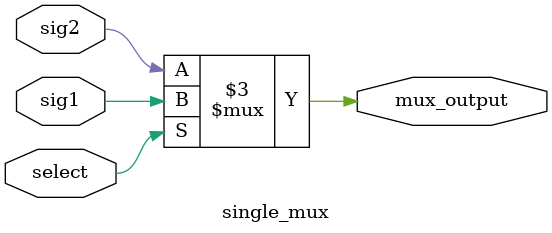
<source format=v>
/*
* Copyright 2016-2020 MATRIX Labs
* MATRIX Labs  [http://creator.matrix.one]
* Authors: Andres Calderon <andres.calderon@admobilize.com>
*          Kevin Patiño    <kevin.patino@admobilize.com>        
*
* This file is part of MATRIX Creator HDL for Spartan 6
*
* MATRIX Creator HDL is like free software: you can redistribute
* it and/or modify it under the terms of the GNU General Public License
* as published by the Free Software Foundation, either version 3 of the
* License, or (at your option) any later version.

* This program is distributed in the hope that it will be useful, but
* WITHOUT ANY WARRANTY; without even the implied warranty of
* MERCHANTABILITY or FITNESS FOR A PARTICULAR PURPOSE.  See the GNU
* General Public License for more details.

* You should have received a copy of the GNU General Public License along
* with this program.  If not, see <http://www.gnu.org/licenses/>.
*/

module single_mux(
  input sig1,
  input sig2,
  input select,
  output reg mux_output);

always @(*)begin
  if (select)
    mux_output = sig1;
  else
    mux_output = sig2;
end


endmodule

</source>
